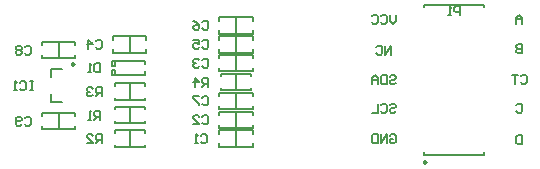
<source format=gbo>
G04*
G04 #@! TF.GenerationSoftware,Altium Limited,Altium Designer,20.2.6 (244)*
G04*
G04 Layer_Color=32896*
%FSLAX25Y25*%
%MOIN*%
G70*
G04*
G04 #@! TF.SameCoordinates,F9A225CC-2508-4984-BBC7-CB0CC3AB3280*
G04*
G04*
G04 #@! TF.FilePolarity,Positive*
G04*
G01*
G75*
%ADD12C,0.00504*%
%ADD32C,0.00984*%
%ADD33C,0.00787*%
%ADD34C,0.00591*%
D12*
X465567Y319756D02*
Y321755D01*
X464567Y322755D01*
X463567Y321755D01*
Y319756D01*
Y321255D01*
X465567D01*
X423290Y322834D02*
Y320834D01*
X422290Y319835D01*
X421291Y320834D01*
Y322834D01*
X418292Y322334D02*
X418791Y322834D01*
X419791D01*
X420291Y322334D01*
Y320335D01*
X419791Y319835D01*
X418791D01*
X418292Y320335D01*
X415293Y322334D02*
X415793Y322834D01*
X416792D01*
X417292Y322334D01*
Y320335D01*
X416792Y319835D01*
X415793D01*
X415293Y320335D01*
X465067Y302413D02*
X465567Y302912D01*
X466566D01*
X467066Y302413D01*
Y300413D01*
X466566Y299913D01*
X465567D01*
X465067Y300413D01*
X464067Y302912D02*
X462068D01*
X463067D01*
Y299913D01*
X421291Y292609D02*
X421791Y293109D01*
X422790D01*
X423290Y292609D01*
Y292110D01*
X422790Y291610D01*
X421791D01*
X421291Y291110D01*
Y290610D01*
X421791Y290110D01*
X422790D01*
X423290Y290610D01*
X418292Y292609D02*
X418791Y293109D01*
X419791D01*
X420291Y292609D01*
Y290610D01*
X419791Y290110D01*
X418791D01*
X418292Y290610D01*
X417292Y293109D02*
Y290110D01*
X415293D01*
X421291Y302098D02*
X421791Y302597D01*
X422790D01*
X423290Y302098D01*
Y301598D01*
X422790Y301098D01*
X421791D01*
X421291Y300598D01*
Y300098D01*
X421791Y299598D01*
X422790D01*
X423290Y300098D01*
X420291Y302597D02*
Y299598D01*
X418791D01*
X418292Y300098D01*
Y302098D01*
X418791Y302597D01*
X420291D01*
X417292Y299598D02*
Y301598D01*
X416292Y302597D01*
X415293Y301598D01*
Y299598D01*
Y301098D01*
X417292D01*
X421291Y282531D02*
X421791Y283031D01*
X422790D01*
X423290Y282531D01*
Y280531D01*
X422790Y280031D01*
X421791D01*
X421291Y280531D01*
Y281531D01*
X422290D01*
X420291Y280031D02*
Y283031D01*
X418292Y280031D01*
Y283031D01*
X417292D02*
Y280031D01*
X415793D01*
X415293Y280531D01*
Y282531D01*
X415793Y283031D01*
X417292D01*
X465567Y313070D02*
Y310071D01*
X464067D01*
X463567Y310571D01*
Y311071D01*
X464067Y311570D01*
X465567D01*
X464067D01*
X463567Y312070D01*
Y312570D01*
X464067Y313070D01*
X465567D01*
Y282597D02*
Y279598D01*
X464067D01*
X463567Y280098D01*
Y282098D01*
X464067Y282597D01*
X465567D01*
X463567Y292609D02*
X464067Y293109D01*
X465067D01*
X465567Y292609D01*
Y290610D01*
X465067Y290110D01*
X464067D01*
X463567Y290610D01*
X421791Y309559D02*
Y312558D01*
X419791Y309559D01*
Y312558D01*
X416792Y312058D02*
X417292Y312558D01*
X418292D01*
X418791Y312058D01*
Y310059D01*
X418292Y309559D01*
X417292D01*
X416792Y310059D01*
X444755Y322634D02*
Y325633D01*
X443256D01*
X442756Y325133D01*
Y324134D01*
X443256Y323634D01*
X444755D01*
X441756Y322634D02*
X440757D01*
X441256D01*
Y325633D01*
X441756Y325133D01*
X358768Y320330D02*
X359267Y320830D01*
X360267D01*
X360767Y320330D01*
Y318331D01*
X360267Y317831D01*
X359267D01*
X358768Y318331D01*
X355768Y320830D02*
X356768Y320330D01*
X357768Y319331D01*
Y318331D01*
X357268Y317831D01*
X356268D01*
X355768Y318331D01*
Y318831D01*
X356268Y319331D01*
X357768D01*
X358268Y282496D02*
X358768Y282996D01*
X359767D01*
X360267Y282496D01*
Y280496D01*
X359767Y279996D01*
X358768D01*
X358268Y280496D01*
X357268Y279996D02*
X356268D01*
X356768D01*
Y282996D01*
X357268Y282496D01*
X299712Y288401D02*
X300212Y288901D01*
X301212D01*
X301712Y288401D01*
Y286402D01*
X301212Y285902D01*
X300212D01*
X299712Y286402D01*
X298713D02*
X298213Y285902D01*
X297213D01*
X296713Y286402D01*
Y288401D01*
X297213Y288901D01*
X298213D01*
X298713Y288401D01*
Y287901D01*
X298213Y287402D01*
X296713D01*
X299712Y312023D02*
X300212Y312523D01*
X301212D01*
X301712Y312023D01*
Y310024D01*
X301212Y309524D01*
X300212D01*
X299712Y310024D01*
X298713Y312023D02*
X298213Y312523D01*
X297213D01*
X296713Y312023D01*
Y311524D01*
X297213Y311024D01*
X296713Y310524D01*
Y310024D01*
X297213Y309524D01*
X298213D01*
X298713Y310024D01*
Y310524D01*
X298213Y311024D01*
X298713Y311524D01*
Y312023D01*
X298213Y311024D02*
X297213D01*
X324834Y287871D02*
Y290870D01*
X323335D01*
X322835Y290370D01*
Y289370D01*
X323335Y288870D01*
X324834D01*
X323834D02*
X322835Y287871D01*
X321835D02*
X320835D01*
X321335D01*
Y290870D01*
X321835Y290370D01*
X302462Y300712D02*
X301462D01*
X301962D01*
Y297713D01*
X302462D01*
X301462D01*
X297963Y300212D02*
X298463Y300712D01*
X299463D01*
X299962Y300212D01*
Y298213D01*
X299463Y297713D01*
X298463D01*
X297963Y298213D01*
X296963Y297713D02*
X295964D01*
X296463D01*
Y300712D01*
X296963Y300212D01*
X360767Y298894D02*
Y301893D01*
X359267D01*
X358768Y301393D01*
Y300394D01*
X359267Y299894D01*
X360767D01*
X359767D02*
X358768Y298894D01*
X356268D02*
Y301893D01*
X357768Y300394D01*
X355768D01*
X325334Y279996D02*
Y282996D01*
X323834D01*
X323335Y282496D01*
Y281496D01*
X323834Y280996D01*
X325334D01*
X324334D02*
X323335Y279996D01*
X320336D02*
X322335D01*
X320336Y281996D01*
Y282496D01*
X320835Y282996D01*
X321835D01*
X322335Y282496D01*
X325334Y295745D02*
Y298744D01*
X323834D01*
X323335Y298244D01*
Y297244D01*
X323834Y296744D01*
X325334D01*
X324334D02*
X323335Y295745D01*
X322335Y298244D02*
X321835Y298744D01*
X320835D01*
X320336Y298244D01*
Y297744D01*
X320835Y297244D01*
X321335D01*
X320835D01*
X320336Y296744D01*
Y296244D01*
X320835Y295745D01*
X321835D01*
X322335Y296244D01*
X324834Y306618D02*
Y303619D01*
X323335D01*
X322835Y304118D01*
Y306118D01*
X323335Y306618D01*
X324834D01*
X321835Y303619D02*
X320835D01*
X321335D01*
Y306618D01*
X321835Y306118D01*
X358768Y307693D02*
X359267Y308192D01*
X360267D01*
X360767Y307693D01*
Y305693D01*
X360267Y305193D01*
X359267D01*
X358768Y305693D01*
X357768Y307693D02*
X357268Y308192D01*
X356268D01*
X355768Y307693D01*
Y307193D01*
X356268Y306693D01*
X356768D01*
X356268D01*
X355768Y306193D01*
Y305693D01*
X356268Y305193D01*
X357268D01*
X357768Y305693D01*
X323335Y313992D02*
X323834Y314492D01*
X324834D01*
X325334Y313992D01*
Y311993D01*
X324834Y311493D01*
X323834D01*
X323335Y311993D01*
X320835Y311493D02*
Y314492D01*
X322335Y312992D01*
X320336D01*
X358768Y295094D02*
X359267Y295594D01*
X360267D01*
X360767Y295094D01*
Y293095D01*
X360267Y292595D01*
X359267D01*
X358768Y293095D01*
X357768Y295594D02*
X355768D01*
Y295094D01*
X357768Y293095D01*
Y292595D01*
X358768Y288795D02*
X359267Y289295D01*
X360267D01*
X360767Y288795D01*
Y286796D01*
X360267Y286296D01*
X359267D01*
X358768Y286796D01*
X355768Y286296D02*
X357768D01*
X355768Y288295D01*
Y288795D01*
X356268Y289295D01*
X357268D01*
X357768Y288795D01*
X358768Y313992D02*
X359267Y314492D01*
X360267D01*
X360767Y313992D01*
Y311993D01*
X360267Y311493D01*
X359267D01*
X358768Y311993D01*
X355768Y314492D02*
X357768D01*
Y312992D01*
X356768Y313492D01*
X356268D01*
X355768Y312992D01*
Y311993D01*
X356268Y311493D01*
X357268D01*
X357768Y311993D01*
D32*
X433405Y273681D02*
X432667Y274107D01*
Y273255D01*
X433405Y273681D01*
X316043Y306398D02*
X315305Y306824D01*
Y305971D01*
X316043Y306398D01*
D33*
X452913Y325256D02*
Y326181D01*
X432913Y325256D02*
Y326181D01*
X452913D01*
X432913Y276181D02*
X452913D01*
X432913D02*
Y277106D01*
X452913Y276181D02*
Y277106D01*
X308268Y293701D02*
Y296358D01*
Y293701D02*
X312205D01*
X308268Y302067D02*
Y304724D01*
X312205D01*
X329626Y305906D02*
Y307480D01*
X328862Y307480D02*
X339665D01*
X328862Y305906D02*
X329626D01*
X328862D02*
Y307480D01*
X339665Y306299D02*
Y307480D01*
Y302756D02*
Y303937D01*
X328862Y302756D02*
Y304331D01*
X329626D01*
X328862Y302756D02*
X339665D01*
X329626Y302756D02*
Y304331D01*
D34*
X364567Y320866D02*
Y322047D01*
X375590D01*
Y320866D02*
Y322047D01*
Y316535D02*
Y317717D01*
X364567Y316535D02*
X375590D01*
X364567D02*
Y317717D01*
X370079Y316535D02*
Y322047D01*
Y310236D02*
Y315748D01*
X364567Y310236D02*
Y311417D01*
Y310236D02*
X375590D01*
Y311417D01*
Y314567D02*
Y315748D01*
X364567D02*
X375590D01*
X364567Y314567D02*
Y315748D01*
Y295669D02*
Y296850D01*
X375590D01*
Y295669D02*
Y296850D01*
Y291339D02*
Y292520D01*
X364567Y291339D02*
X375590D01*
X364567D02*
Y292520D01*
X370079Y291339D02*
Y296850D01*
X364567Y308268D02*
Y309449D01*
X375590D01*
Y308268D02*
Y309449D01*
Y303937D02*
Y305118D01*
X364567Y303937D02*
X375590D01*
X364567D02*
Y305118D01*
X370079Y303937D02*
Y309449D01*
X365079Y302394D02*
Y303150D01*
X375079D01*
Y302394D02*
Y303150D01*
Y297638D02*
Y298394D01*
X365079Y297638D02*
X375079D01*
X365079D02*
Y298394D01*
X370079Y297638D02*
Y303150D01*
X364567Y289370D02*
Y290551D01*
X375590D01*
Y289370D02*
Y290551D01*
Y285039D02*
Y286221D01*
X364567Y285039D02*
X375590D01*
X364567D02*
Y286221D01*
X370079Y285039D02*
Y290551D01*
Y278740D02*
Y284252D01*
X364567Y278740D02*
Y279921D01*
Y278740D02*
X375590D01*
Y279921D01*
Y283071D02*
Y284252D01*
X364567D02*
X375590D01*
X364567Y283071D02*
Y284252D01*
X311024Y284646D02*
Y290158D01*
X305512Y284646D02*
Y285827D01*
Y284646D02*
X316535D01*
Y285827D01*
Y288976D02*
Y290158D01*
X305512D02*
X316535D01*
X305512Y288976D02*
Y290158D01*
X311024Y308268D02*
Y313779D01*
X316535Y312598D02*
Y313779D01*
X305512D02*
X316535D01*
X305512Y312598D02*
Y313779D01*
Y308268D02*
Y309449D01*
Y308268D02*
X316535D01*
Y309449D01*
X339646Y278740D02*
Y279496D01*
X329646Y278740D02*
X339646D01*
X329646D02*
Y279496D01*
Y283496D02*
Y284252D01*
X339646D01*
Y283496D02*
Y284252D01*
X334646Y278740D02*
Y284252D01*
X339646Y286614D02*
Y287370D01*
X329646Y286614D02*
X339646D01*
X329646D02*
Y287370D01*
Y291370D02*
Y292126D01*
X339646D01*
Y291370D02*
Y292126D01*
X334646Y286614D02*
Y292126D01*
X329646Y299244D02*
Y300000D01*
X339646D01*
Y299244D02*
Y300000D01*
Y294488D02*
Y295244D01*
X329646Y294488D02*
X339646D01*
X329646D02*
Y295244D01*
X334646Y294488D02*
Y300000D01*
X329134Y314567D02*
Y315748D01*
X340158D01*
Y314567D02*
Y315748D01*
Y310236D02*
Y311417D01*
X329134Y310236D02*
X340158D01*
X329134D02*
Y311417D01*
X334646Y310236D02*
Y315748D01*
M02*

</source>
